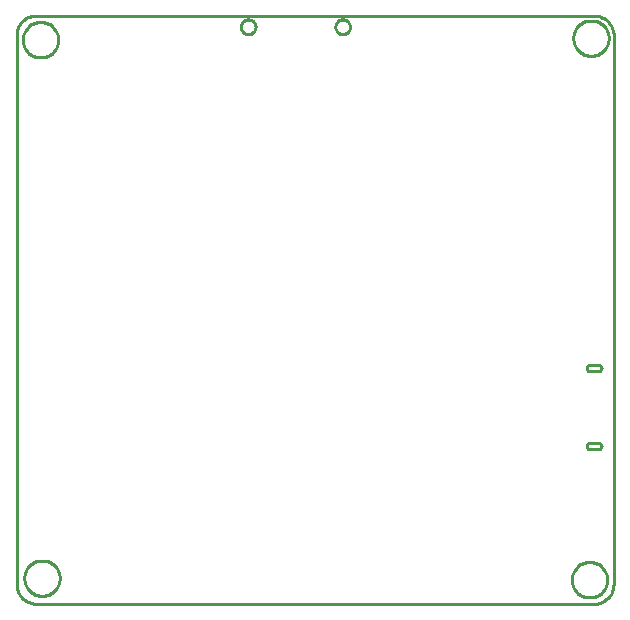
<source format=gbr>
G04 EAGLE Gerber RS-274X export*
G75*
%MOMM*%
%FSLAX34Y34*%
%LPD*%
%IN*%
%IPPOS*%
%AMOC8*
5,1,8,0,0,1.08239X$1,22.5*%
G01*
%ADD10C,0.254000*%


D10*
X0Y15240D02*
X176Y13808D01*
X475Y12397D01*
X897Y11018D01*
X1437Y9680D01*
X2091Y8395D01*
X2856Y7172D01*
X3723Y6019D01*
X4688Y4947D01*
X5743Y3963D01*
X6880Y3075D01*
X8089Y2289D01*
X9363Y1612D01*
X10690Y1048D01*
X12062Y602D01*
X13468Y277D01*
X14896Y76D01*
X16336Y1D01*
X16510Y0D01*
X490220Y0D01*
X491652Y176D01*
X493063Y475D01*
X494442Y897D01*
X495780Y1437D01*
X497065Y2091D01*
X498288Y2856D01*
X499441Y3723D01*
X500513Y4688D01*
X501497Y5743D01*
X502385Y6880D01*
X503171Y8089D01*
X503848Y9363D01*
X504412Y10691D01*
X504858Y12062D01*
X505183Y13468D01*
X505384Y14896D01*
X505459Y16337D01*
X505460Y16510D01*
X505460Y482600D01*
X505284Y484032D01*
X504985Y485443D01*
X504563Y486822D01*
X504023Y488160D01*
X503369Y489445D01*
X502604Y490668D01*
X501737Y491821D01*
X500772Y492893D01*
X499717Y493877D01*
X498580Y494765D01*
X497371Y495551D01*
X496097Y496228D01*
X494770Y496792D01*
X493398Y497238D01*
X491992Y497563D01*
X490564Y497764D01*
X489123Y497839D01*
X488950Y497840D01*
X15240Y497840D01*
X13808Y497664D01*
X12397Y497365D01*
X11018Y496943D01*
X9680Y496403D01*
X8395Y495749D01*
X7172Y494984D01*
X6019Y494117D01*
X4947Y493152D01*
X3963Y492097D01*
X3075Y490960D01*
X2289Y489751D01*
X1612Y488477D01*
X1048Y487150D01*
X602Y485778D01*
X277Y484372D01*
X76Y482944D01*
X1Y481504D01*
X0Y481330D01*
X0Y15240D01*
X485140Y130810D02*
X492760Y130810D01*
X492981Y130820D01*
X493201Y130849D01*
X493417Y130897D01*
X493629Y130963D01*
X493833Y131048D01*
X494030Y131150D01*
X494217Y131269D01*
X494393Y131404D01*
X494556Y131554D01*
X494706Y131717D01*
X494841Y131893D01*
X494960Y132080D01*
X495062Y132277D01*
X495147Y132481D01*
X495213Y132693D01*
X495261Y132909D01*
X495290Y133129D01*
X495300Y133350D01*
X495290Y133571D01*
X495261Y133791D01*
X495213Y134007D01*
X495147Y134219D01*
X495062Y134423D01*
X494960Y134620D01*
X494841Y134807D01*
X494706Y134983D01*
X494556Y135146D01*
X494393Y135296D01*
X494217Y135431D01*
X494030Y135550D01*
X493833Y135652D01*
X493629Y135737D01*
X493417Y135803D01*
X493201Y135851D01*
X492981Y135880D01*
X492760Y135890D01*
X485140Y135890D01*
X484919Y135880D01*
X484699Y135851D01*
X484483Y135803D01*
X484271Y135737D01*
X484067Y135652D01*
X483870Y135550D01*
X483683Y135431D01*
X483507Y135296D01*
X483344Y135146D01*
X483194Y134983D01*
X483059Y134807D01*
X482940Y134620D01*
X482838Y134423D01*
X482753Y134219D01*
X482687Y134007D01*
X482639Y133791D01*
X482610Y133571D01*
X482600Y133350D01*
X482610Y133129D01*
X482639Y132909D01*
X482687Y132693D01*
X482753Y132481D01*
X482838Y132277D01*
X482940Y132080D01*
X483059Y131893D01*
X483194Y131717D01*
X483344Y131554D01*
X483507Y131404D01*
X483683Y131269D01*
X483870Y131150D01*
X484067Y131048D01*
X484271Y130963D01*
X484483Y130897D01*
X484699Y130849D01*
X484919Y130820D01*
X485140Y130810D01*
X485140Y196850D02*
X492760Y196850D01*
X492981Y196860D01*
X493201Y196889D01*
X493417Y196937D01*
X493629Y197003D01*
X493833Y197088D01*
X494030Y197190D01*
X494217Y197309D01*
X494393Y197444D01*
X494556Y197594D01*
X494706Y197757D01*
X494841Y197933D01*
X494960Y198120D01*
X495062Y198317D01*
X495147Y198521D01*
X495213Y198733D01*
X495261Y198949D01*
X495290Y199169D01*
X495300Y199390D01*
X495290Y199611D01*
X495261Y199831D01*
X495213Y200047D01*
X495147Y200259D01*
X495062Y200463D01*
X494960Y200660D01*
X494841Y200847D01*
X494706Y201023D01*
X494556Y201186D01*
X494393Y201336D01*
X494217Y201471D01*
X494030Y201590D01*
X493833Y201692D01*
X493629Y201777D01*
X493417Y201843D01*
X493201Y201891D01*
X492981Y201920D01*
X492760Y201930D01*
X485140Y201930D01*
X484919Y201920D01*
X484699Y201891D01*
X484483Y201843D01*
X484271Y201777D01*
X484067Y201692D01*
X483870Y201590D01*
X483683Y201471D01*
X483507Y201336D01*
X483344Y201186D01*
X483194Y201023D01*
X483059Y200847D01*
X482940Y200660D01*
X482838Y200463D01*
X482753Y200259D01*
X482687Y200047D01*
X482639Y199831D01*
X482610Y199611D01*
X482600Y199390D01*
X482610Y199169D01*
X482639Y198949D01*
X482687Y198733D01*
X482753Y198521D01*
X482838Y198317D01*
X482940Y198120D01*
X483059Y197933D01*
X483194Y197757D01*
X483344Y197594D01*
X483507Y197444D01*
X483683Y197309D01*
X483870Y197190D01*
X484067Y197088D01*
X484271Y197003D01*
X484483Y196937D01*
X484699Y196889D01*
X484919Y196860D01*
X485140Y196850D01*
X35320Y476984D02*
X35244Y475916D01*
X35091Y474855D01*
X34863Y473808D01*
X34561Y472780D01*
X34187Y471776D01*
X33742Y470801D01*
X33228Y469861D01*
X32649Y468960D01*
X32007Y468102D01*
X31305Y467292D01*
X30548Y466535D01*
X29738Y465833D01*
X28880Y465191D01*
X27979Y464612D01*
X27039Y464098D01*
X26064Y463653D01*
X25060Y463279D01*
X24032Y462977D01*
X22985Y462749D01*
X21924Y462596D01*
X20856Y462520D01*
X19784Y462520D01*
X18716Y462596D01*
X17655Y462749D01*
X16608Y462977D01*
X15580Y463279D01*
X14576Y463653D01*
X13601Y464098D01*
X12661Y464612D01*
X11760Y465191D01*
X10902Y465833D01*
X10092Y466535D01*
X9335Y467292D01*
X8633Y468102D01*
X7991Y468960D01*
X7412Y469861D01*
X6898Y470801D01*
X6453Y471776D01*
X6079Y472780D01*
X5777Y473808D01*
X5549Y474855D01*
X5396Y475916D01*
X5320Y476984D01*
X5320Y478056D01*
X5396Y479124D01*
X5549Y480185D01*
X5777Y481232D01*
X6079Y482260D01*
X6453Y483264D01*
X6898Y484239D01*
X7412Y485179D01*
X7991Y486080D01*
X8633Y486938D01*
X9335Y487748D01*
X10092Y488505D01*
X10902Y489207D01*
X11760Y489849D01*
X12661Y490428D01*
X13601Y490942D01*
X14576Y491387D01*
X15580Y491761D01*
X16608Y492063D01*
X17655Y492291D01*
X18716Y492444D01*
X19784Y492520D01*
X20856Y492520D01*
X21924Y492444D01*
X22985Y492291D01*
X24032Y492063D01*
X25060Y491761D01*
X26064Y491387D01*
X27039Y490942D01*
X27979Y490428D01*
X28880Y489849D01*
X29738Y489207D01*
X30548Y488505D01*
X31305Y487748D01*
X32007Y486938D01*
X32649Y486080D01*
X33228Y485179D01*
X33742Y484239D01*
X34187Y483264D01*
X34561Y482260D01*
X34863Y481232D01*
X35091Y480185D01*
X35244Y479124D01*
X35320Y478056D01*
X35320Y476984D01*
X36590Y21054D02*
X36514Y19986D01*
X36361Y18925D01*
X36133Y17878D01*
X35831Y16850D01*
X35457Y15846D01*
X35012Y14871D01*
X34498Y13931D01*
X33919Y13030D01*
X33277Y12172D01*
X32575Y11362D01*
X31818Y10605D01*
X31008Y9903D01*
X30150Y9261D01*
X29249Y8682D01*
X28309Y8168D01*
X27334Y7723D01*
X26330Y7349D01*
X25302Y7047D01*
X24255Y6819D01*
X23194Y6666D01*
X22126Y6590D01*
X21054Y6590D01*
X19986Y6666D01*
X18925Y6819D01*
X17878Y7047D01*
X16850Y7349D01*
X15846Y7723D01*
X14871Y8168D01*
X13931Y8682D01*
X13030Y9261D01*
X12172Y9903D01*
X11362Y10605D01*
X10605Y11362D01*
X9903Y12172D01*
X9261Y13030D01*
X8682Y13931D01*
X8168Y14871D01*
X7723Y15846D01*
X7349Y16850D01*
X7047Y17878D01*
X6819Y18925D01*
X6666Y19986D01*
X6590Y21054D01*
X6590Y22126D01*
X6666Y23194D01*
X6819Y24255D01*
X7047Y25302D01*
X7349Y26330D01*
X7723Y27334D01*
X8168Y28309D01*
X8682Y29249D01*
X9261Y30150D01*
X9903Y31008D01*
X10605Y31818D01*
X11362Y32575D01*
X12172Y33277D01*
X13030Y33919D01*
X13931Y34498D01*
X14871Y35012D01*
X15846Y35457D01*
X16850Y35831D01*
X17878Y36133D01*
X18925Y36361D01*
X19986Y36514D01*
X21054Y36590D01*
X22126Y36590D01*
X23194Y36514D01*
X24255Y36361D01*
X25302Y36133D01*
X26330Y35831D01*
X27334Y35457D01*
X28309Y35012D01*
X29249Y34498D01*
X30150Y33919D01*
X31008Y33277D01*
X31818Y32575D01*
X32575Y31818D01*
X33277Y31008D01*
X33919Y30150D01*
X34498Y29249D01*
X35012Y28309D01*
X35457Y27334D01*
X35831Y26330D01*
X36133Y25302D01*
X36361Y24255D01*
X36514Y23194D01*
X36590Y22126D01*
X36590Y21054D01*
X501410Y478254D02*
X501334Y477186D01*
X501181Y476125D01*
X500953Y475078D01*
X500651Y474050D01*
X500277Y473046D01*
X499832Y472071D01*
X499318Y471131D01*
X498739Y470230D01*
X498097Y469372D01*
X497395Y468562D01*
X496638Y467805D01*
X495828Y467103D01*
X494970Y466461D01*
X494069Y465882D01*
X493129Y465368D01*
X492154Y464923D01*
X491150Y464549D01*
X490122Y464247D01*
X489075Y464019D01*
X488014Y463866D01*
X486946Y463790D01*
X485874Y463790D01*
X484806Y463866D01*
X483745Y464019D01*
X482698Y464247D01*
X481670Y464549D01*
X480666Y464923D01*
X479691Y465368D01*
X478751Y465882D01*
X477850Y466461D01*
X476992Y467103D01*
X476182Y467805D01*
X475425Y468562D01*
X474723Y469372D01*
X474081Y470230D01*
X473502Y471131D01*
X472988Y472071D01*
X472543Y473046D01*
X472169Y474050D01*
X471867Y475078D01*
X471639Y476125D01*
X471486Y477186D01*
X471410Y478254D01*
X471410Y479326D01*
X471486Y480394D01*
X471639Y481455D01*
X471867Y482502D01*
X472169Y483530D01*
X472543Y484534D01*
X472988Y485509D01*
X473502Y486449D01*
X474081Y487350D01*
X474723Y488208D01*
X475425Y489018D01*
X476182Y489775D01*
X476992Y490477D01*
X477850Y491119D01*
X478751Y491698D01*
X479691Y492212D01*
X480666Y492657D01*
X481670Y493031D01*
X482698Y493333D01*
X483745Y493561D01*
X484806Y493714D01*
X485874Y493790D01*
X486946Y493790D01*
X488014Y493714D01*
X489075Y493561D01*
X490122Y493333D01*
X491150Y493031D01*
X492154Y492657D01*
X493129Y492212D01*
X494069Y491698D01*
X494970Y491119D01*
X495828Y490477D01*
X496638Y489775D01*
X497395Y489018D01*
X498097Y488208D01*
X498739Y487350D01*
X499318Y486449D01*
X499832Y485509D01*
X500277Y484534D01*
X500651Y483530D01*
X500953Y482502D01*
X501181Y481455D01*
X501334Y480394D01*
X501410Y479326D01*
X501410Y478254D01*
X500140Y19784D02*
X500064Y18716D01*
X499911Y17655D01*
X499683Y16608D01*
X499381Y15580D01*
X499007Y14576D01*
X498562Y13601D01*
X498048Y12661D01*
X497469Y11760D01*
X496827Y10902D01*
X496125Y10092D01*
X495368Y9335D01*
X494558Y8633D01*
X493700Y7991D01*
X492799Y7412D01*
X491859Y6898D01*
X490884Y6453D01*
X489880Y6079D01*
X488852Y5777D01*
X487805Y5549D01*
X486744Y5396D01*
X485676Y5320D01*
X484604Y5320D01*
X483536Y5396D01*
X482475Y5549D01*
X481428Y5777D01*
X480400Y6079D01*
X479396Y6453D01*
X478421Y6898D01*
X477481Y7412D01*
X476580Y7991D01*
X475722Y8633D01*
X474912Y9335D01*
X474155Y10092D01*
X473453Y10902D01*
X472811Y11760D01*
X472232Y12661D01*
X471718Y13601D01*
X471273Y14576D01*
X470899Y15580D01*
X470597Y16608D01*
X470369Y17655D01*
X470216Y18716D01*
X470140Y19784D01*
X470140Y20856D01*
X470216Y21924D01*
X470369Y22985D01*
X470597Y24032D01*
X470899Y25060D01*
X471273Y26064D01*
X471718Y27039D01*
X472232Y27979D01*
X472811Y28880D01*
X473453Y29738D01*
X474155Y30548D01*
X474912Y31305D01*
X475722Y32007D01*
X476580Y32649D01*
X477481Y33228D01*
X478421Y33742D01*
X479396Y34187D01*
X480400Y34561D01*
X481428Y34863D01*
X482475Y35091D01*
X483536Y35244D01*
X484604Y35320D01*
X485676Y35320D01*
X486744Y35244D01*
X487805Y35091D01*
X488852Y34863D01*
X489880Y34561D01*
X490884Y34187D01*
X491859Y33742D01*
X492799Y33228D01*
X493700Y32649D01*
X494558Y32007D01*
X495368Y31305D01*
X496125Y30548D01*
X496827Y29738D01*
X497469Y28880D01*
X498048Y27979D01*
X498562Y27039D01*
X499007Y26064D01*
X499381Y25060D01*
X499683Y24032D01*
X499911Y22985D01*
X500064Y21924D01*
X500140Y20856D01*
X500140Y19784D01*
X269860Y488079D02*
X269939Y487381D01*
X270095Y486697D01*
X270327Y486034D01*
X270631Y485402D01*
X271005Y484808D01*
X271442Y484259D01*
X271939Y483762D01*
X272488Y483325D01*
X273082Y482951D01*
X273714Y482647D01*
X274377Y482415D01*
X275061Y482259D01*
X275759Y482180D01*
X276461Y482180D01*
X277159Y482259D01*
X277843Y482415D01*
X278506Y482647D01*
X279138Y482951D01*
X279732Y483325D01*
X280281Y483762D01*
X280778Y484259D01*
X281215Y484808D01*
X281589Y485402D01*
X281893Y486034D01*
X282125Y486697D01*
X282281Y487381D01*
X282360Y488079D01*
X282360Y488781D01*
X282281Y489479D01*
X282125Y490163D01*
X281893Y490826D01*
X281589Y491458D01*
X281215Y492052D01*
X280778Y492601D01*
X280281Y493098D01*
X279732Y493535D01*
X279138Y493909D01*
X278506Y494213D01*
X277843Y494445D01*
X277159Y494601D01*
X276461Y494680D01*
X275759Y494680D01*
X275061Y494601D01*
X274377Y494445D01*
X273714Y494213D01*
X273082Y493909D01*
X272488Y493535D01*
X271939Y493098D01*
X271442Y492601D01*
X271005Y492052D01*
X270631Y491458D01*
X270327Y490826D01*
X270095Y490163D01*
X269939Y489479D01*
X269860Y488781D01*
X269860Y488079D01*
X189860Y488079D02*
X189939Y487381D01*
X190095Y486697D01*
X190327Y486034D01*
X190631Y485402D01*
X191005Y484808D01*
X191442Y484259D01*
X191939Y483762D01*
X192488Y483325D01*
X193082Y482951D01*
X193714Y482647D01*
X194377Y482415D01*
X195061Y482259D01*
X195759Y482180D01*
X196461Y482180D01*
X197159Y482259D01*
X197843Y482415D01*
X198506Y482647D01*
X199138Y482951D01*
X199732Y483325D01*
X200281Y483762D01*
X200778Y484259D01*
X201215Y484808D01*
X201589Y485402D01*
X201893Y486034D01*
X202125Y486697D01*
X202281Y487381D01*
X202360Y488079D01*
X202360Y488781D01*
X202281Y489479D01*
X202125Y490163D01*
X201893Y490826D01*
X201589Y491458D01*
X201215Y492052D01*
X200778Y492601D01*
X200281Y493098D01*
X199732Y493535D01*
X199138Y493909D01*
X198506Y494213D01*
X197843Y494445D01*
X197159Y494601D01*
X196461Y494680D01*
X195759Y494680D01*
X195061Y494601D01*
X194377Y494445D01*
X193714Y494213D01*
X193082Y493909D01*
X192488Y493535D01*
X191939Y493098D01*
X191442Y492601D01*
X191005Y492052D01*
X190631Y491458D01*
X190327Y490826D01*
X190095Y490163D01*
X189939Y489479D01*
X189860Y488781D01*
X189860Y488079D01*
M02*

</source>
